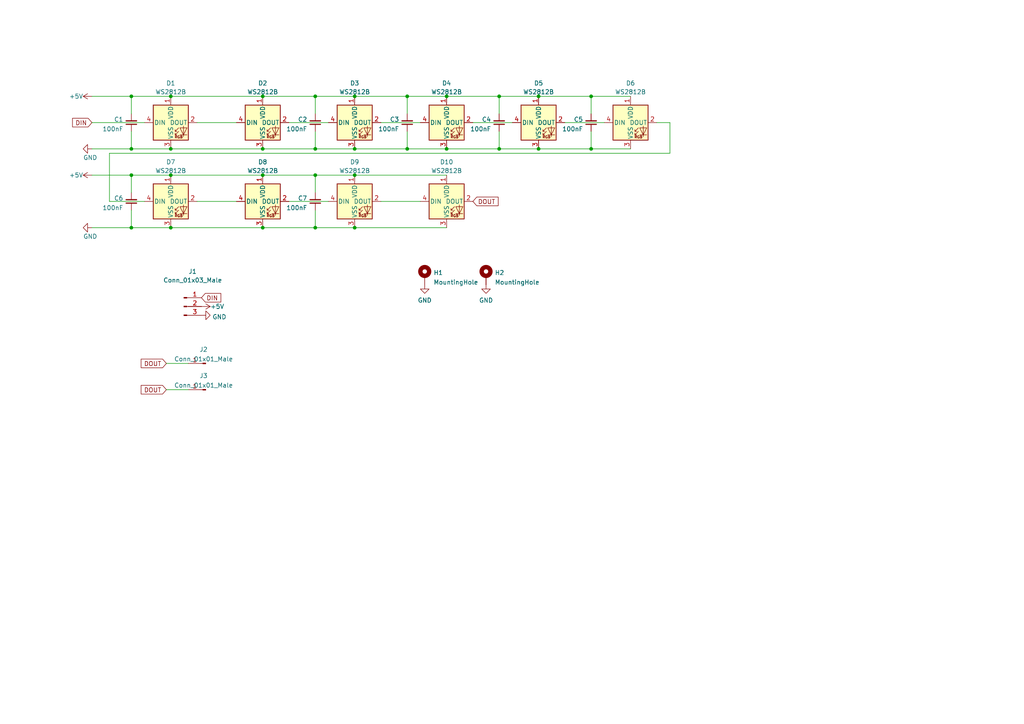
<source format=kicad_sch>
(kicad_sch (version 20211123) (generator eeschema)
  (paper "A4")
  (lib_symbols
    (symbol "Connector:Conn_01x01_Male" (pin_names (offset 1.016) hide)
      (property "Reference" "J" (at 0 2.54 0))
      (property "Value" "Conn_01x01_Male" (at 0 -2.54 0))
      (symbol "Conn_01x01_Male_1_1"
        (polyline (pts (xy 1.27 0) (xy 0.8636 0)) (stroke (width 0.1524)))
        (rectangle (start 0.8636 0.127) (end 0 -0.127) (stroke (width 0.1524)) (fill (type outline)))
        (pin passive line (at 5.08 0 180) (length 3.81) (name "Pin_1") (number "1"))
      )
    )
    (symbol "Connector:Conn_01x03_Male" (pin_names (offset 1.016) hide)
      (property "Reference" "J" (at 0 5.08 0))
      (property "Value" "Conn_01x03_Male" (at 0 -5.08 0))
      (symbol "Conn_01x03_Male_1_1"
        (polyline (pts (xy 1.27 -2.54) (xy 0.8636 -2.54)) (stroke (width 0.1524)))
        (polyline (pts (xy 1.27 0) (xy 0.8636 0)) (stroke (width 0.1524)))
        (polyline (pts (xy 1.27 2.54) (xy 0.8636 2.54)) (stroke (width 0.1524)))
        (rectangle (start 0.8636 -2.413) (end 0 -2.667) (stroke (width 0.1524)) (fill (type outline)))
        (rectangle (start 0.8636 0.127) (end 0 -0.127) (stroke (width 0.1524)) (fill (type outline)))
        (rectangle (start 0.8636 2.667) (end 0 2.413) (stroke (width 0.1524)) (fill (type outline)))
        (pin passive line (at 5.08 2.54 180) (length 3.81) (name "Pin_1") (number "1"))
        (pin passive line (at 5.08 0 180) (length 3.81) (name "Pin_2") (number "2"))
        (pin passive line (at 5.08 -2.54 180) (length 3.81) (name "Pin_3") (number "3"))
      )
    )
    (symbol "Device:C_Small" (pin_numbers hide) (pin_names (offset 0.254) hide)
      (property "Reference" "C" (at 0.254 1.778 0))
      (property "Value" "C_Small" (at 0.254 -2.032 0))
      (symbol "C_Small_0_1"
        (polyline (pts (xy -1.524 -0.508) (xy 1.524 -0.508)) (stroke (width 0.3302)))
        (polyline (pts (xy -1.524 0.508) (xy 1.524 0.508)) (stroke (width 0.3048)))
      )
      (symbol "C_Small_1_1"
        (pin passive line (at 0 2.54 270) (length 2.032) (name "~") (number "1"))
        (pin passive line (at 0 -2.54 90) (length 2.032) (name "~") (number "2"))
      )
    )
    (symbol "LED:WS2812B" (pin_names (offset 0.254))
      (property "Reference" "D" (at 5.08 5.715 0))
      (property "Value" "WS2812B" (at 1.27 -5.715 0))
      (symbol "WS2812B_0_0"
        (text "RGB" (at 2.286 -4.191 0) (effects (font (size 0.762 0.762))))
      )
      (symbol "WS2812B_0_1"
        (polyline (pts (xy 1.27 -3.556) (xy 1.778 -3.556)))
        (polyline (pts (xy 1.27 -2.54) (xy 1.778 -2.54)))
        (polyline (pts (xy 4.699 -3.556) (xy 2.667 -3.556)))
        (polyline (pts (xy 2.286 -2.54) (xy 1.27 -3.556) (xy 1.27 -3.048)))
        (polyline (pts (xy 2.286 -1.524) (xy 1.27 -2.54) (xy 1.27 -2.032)))
        (polyline (pts (xy 3.683 -1.016) (xy 3.683 -3.556) (xy 3.683 -4.064)))
        (polyline (pts (xy 4.699 -1.524) (xy 2.667 -1.524) (xy 3.683 -3.556) (xy 4.699 -1.524)))
        (rectangle (start 5.08 5.08) (end -5.08 -5.08) (stroke (width 0.254)) (fill (type background)))
      )
      (symbol "WS2812B_1_1"
        (pin power_in line (at 0 7.62 270) (length 2.54) (name "VDD") (number "1"))
        (pin output line (at 7.62 0 180) (length 2.54) (name "DOUT") (number "2"))
        (pin power_in line (at 0 -7.62 90) (length 2.54) (name "VSS") (number "3"))
        (pin input line (at -7.62 0 0) (length 2.54) (name "DIN") (number "4"))
      )
    )
    (symbol "Mechanical:MountingHole_Pad" (pin_numbers hide) (pin_names (offset 1.016) hide)
      (property "Reference" "H" (at 0 6.35 0))
      (property "Value" "MountingHole_Pad" (at 0 4.445 0))
      (symbol "MountingHole_Pad_0_1"
        (circle (center 0 1.27) (radius 1.27) (stroke (width 1.27)))
      )
      (symbol "MountingHole_Pad_1_1"
        (pin input line (at 0 -2.54 90) (length 2.54) (name "1") (number "1"))
      )
    )
    (symbol "power:+5V" (power) (pin_names (offset 0))
      (property "Value" "+5V" (at 0 3.556 0))
      (symbol "+5V_0_1"
        (polyline (pts (xy -0.762 1.27) (xy 0 2.54)))
        (polyline (pts (xy 0 0) (xy 0 2.54)))
        (polyline (pts (xy 0 2.54) (xy 0.762 1.27)))
      )
      (symbol "+5V_1_1"
        (pin power_in line (at 0 0 90) (length 0) hide (name "+5V") (number "1"))
      )
    )
    (symbol "power:GND" (power) (pin_names (offset 0))
      (property "Value" "GND" (at 0 -3.81 0))
      (symbol "GND_0_1"
        (polyline (pts (xy 0 0) (xy 0 -1.27) (xy 1.27 -1.27) (xy 0 -2.54) (xy -1.27 -1.27) (xy 0 -1.27)))
      )
      (symbol "GND_1_1"
        (pin power_in line (at 0 0 270) (length 0) hide (name "GND") (number "1"))
      )
    )
  )
  (junction (at 129.54 43.18))
  (junction (at 102.87 50.8))
  (junction (at 102.87 43.18))
  (junction (at 38.1 27.94))
  (junction (at 49.53 66.04))
  (junction (at 91.44 50.8))
  (junction (at 49.53 50.8))
  (junction (at 171.45 27.94))
  (junction (at 38.1 66.04))
  (junction (at 76.2 27.94))
  (junction (at 38.1 43.18))
  (junction (at 49.53 27.94))
  (junction (at 118.11 43.18))
  (junction (at 156.21 43.18))
  (junction (at 76.2 43.18))
  (junction (at 102.87 27.94))
  (junction (at 102.87 66.04))
  (junction (at 76.2 66.04))
  (junction (at 129.54 27.94))
  (junction (at 38.1 50.8))
  (junction (at 156.21 27.94))
  (junction (at 76.2 50.8))
  (junction (at 144.78 43.18))
  (junction (at 91.44 66.04))
  (junction (at 49.53 43.18))
  (junction (at 118.11 27.94))
  (junction (at 144.78 27.94))
  (junction (at 91.44 27.94))
  (junction (at 171.45 43.18))
  (junction (at 91.44 43.18))
  (wire (pts (xy 91.44 38.1) (xy 91.44 43.18)))
  (wire (pts (xy 76.2 50.8) (xy 91.44 50.8)))
  (wire (pts (xy 38.1 60.96) (xy 38.1 66.04)))
  (wire (pts (xy 144.78 27.94) (xy 156.21 27.94)))
  (wire (pts (xy 171.45 43.18) (xy 182.88 43.18)))
  (wire (pts (xy 102.87 27.94) (xy 118.11 27.94)))
  (wire (pts (xy 171.45 33.02) (xy 171.45 27.94)))
  (wire (pts (xy 118.11 43.18) (xy 129.54 43.18)))
  (wire (pts (xy 118.11 27.94) (xy 129.54 27.94)))
  (wire (pts (xy 57.15 35.56) (xy 68.58 35.56)))
  (wire (pts (xy 76.2 43.18) (xy 91.44 43.18)))
  (wire (pts (xy 171.45 38.1) (xy 171.45 43.18)))
  (wire (pts (xy 102.87 66.04) (xy 129.54 66.04)))
  (wire (pts (xy 83.82 35.56) (xy 95.25 35.56)))
  (wire (pts (xy 91.44 60.96) (xy 91.44 66.04)))
  (wire (pts (xy 91.44 55.88) (xy 91.44 50.8)))
  (wire (pts (xy 41.91 58.42) (xy 31.75 58.42)))
  (wire (pts (xy 110.49 35.56) (xy 121.92 35.56)))
  (wire (pts (xy 31.75 58.42) (xy 31.75 44.45)))
  (wire (pts (xy 144.78 33.02) (xy 144.78 27.94)))
  (wire (pts (xy 49.53 43.18) (xy 76.2 43.18)))
  (wire (pts (xy 48.26 105.41) (xy 54.61 105.41)))
  (wire (pts (xy 49.53 66.04) (xy 76.2 66.04)))
  (wire (pts (xy 49.53 27.94) (xy 76.2 27.94)))
  (wire (pts (xy 26.67 27.94) (xy 38.1 27.94)))
  (wire (pts (xy 110.49 58.42) (xy 121.92 58.42)))
  (wire (pts (xy 118.11 38.1) (xy 118.11 43.18)))
  (wire (pts (xy 163.83 35.56) (xy 175.26 35.56)))
  (wire (pts (xy 38.1 27.94) (xy 49.53 27.94)))
  (wire (pts (xy 38.1 43.18) (xy 49.53 43.18)))
  (wire (pts (xy 194.31 35.56) (xy 190.5 35.56)))
  (wire (pts (xy 129.54 43.18) (xy 144.78 43.18)))
  (wire (pts (xy 38.1 33.02) (xy 38.1 27.94)))
  (wire (pts (xy 144.78 43.18) (xy 156.21 43.18)))
  (wire (pts (xy 137.16 35.56) (xy 148.59 35.56)))
  (wire (pts (xy 31.75 44.45) (xy 194.31 44.45)))
  (wire (pts (xy 91.44 50.8) (xy 102.87 50.8)))
  (wire (pts (xy 57.15 58.42) (xy 68.58 58.42)))
  (wire (pts (xy 76.2 27.94) (xy 91.44 27.94)))
  (wire (pts (xy 26.67 35.56) (xy 41.91 35.56)))
  (wire (pts (xy 91.44 66.04) (xy 102.87 66.04)))
  (wire (pts (xy 83.82 58.42) (xy 95.25 58.42)))
  (wire (pts (xy 26.67 50.8) (xy 38.1 50.8)))
  (wire (pts (xy 156.21 27.94) (xy 171.45 27.94)))
  (wire (pts (xy 38.1 66.04) (xy 49.53 66.04)))
  (wire (pts (xy 49.53 50.8) (xy 76.2 50.8)))
  (wire (pts (xy 102.87 43.18) (xy 118.11 43.18)))
  (wire (pts (xy 194.31 44.45) (xy 194.31 35.56)))
  (wire (pts (xy 26.67 43.18) (xy 38.1 43.18)))
  (wire (pts (xy 91.44 27.94) (xy 102.87 27.94)))
  (wire (pts (xy 76.2 66.04) (xy 91.44 66.04)))
  (wire (pts (xy 38.1 50.8) (xy 49.53 50.8)))
  (wire (pts (xy 156.21 43.18) (xy 171.45 43.18)))
  (wire (pts (xy 48.26 113.03) (xy 54.61 113.03)))
  (wire (pts (xy 26.67 66.04) (xy 38.1 66.04)))
  (wire (pts (xy 91.44 33.02) (xy 91.44 27.94)))
  (wire (pts (xy 91.44 43.18) (xy 102.87 43.18)))
  (wire (pts (xy 118.11 33.02) (xy 118.11 27.94)))
  (wire (pts (xy 129.54 27.94) (xy 144.78 27.94)))
  (wire (pts (xy 38.1 55.88) (xy 38.1 50.8)))
  (wire (pts (xy 171.45 27.94) (xy 182.88 27.94)))
  (wire (pts (xy 102.87 50.8) (xy 129.54 50.8)))
  (wire (pts (xy 38.1 38.1) (xy 38.1 43.18)))
  (wire (pts (xy 144.78 38.1) (xy 144.78 43.18)))
  (global_label "DOUT" (shape input) (at 137.16 58.42 0) (property "Intersheet References" "${INTERSHEET_REFS}" (effects hide)))
  (global_label "DIN" (shape input) (at 26.67 35.56 180) (property "Intersheet References" "${INTERSHEET_REFS}" (effects hide)))
  (global_label "DIN" (shape input) (at 58.42 86.36 0) (property "Intersheet References" "${INTERSHEET_REFS}" (effects hide)))
  (global_label "DOUT" (shape input) (at 48.26 113.03 180) (property "Intersheet References" "${INTERSHEET_REFS}" (effects hide)))
  (global_label "DOUT" (shape input) (at 48.26 105.41 180) (property "Intersheet References" "${INTERSHEET_REFS}" (effects hide)))
  (symbol (lib_id "LED:WS2812B") (at 182.88 35.56 0) (unit 1)
    (property "Reference" "D6" (at 182.88 24.13 0))
    (property "Value" "WS2812B" (at 182.88 26.67 0))
    (property "Footprint" "Daylight:LED_WS2812B_PLCC4_5.0x5.0mm_P3.2mm" (effects hide))
    (property "Datasheet" "https://cdn-shop.adafruit.com/datasheets/WS2812B.pdf" (effects hide))
  )
  (symbol (lib_id "power:GND") (at 26.67 43.18 270) (unit 1)
    (property "Reference" "#PWR02" (effects hide))
    (property "Value" "GND" (at 24.13 45.72 90) (effects (justify left)))
  )
  (symbol (lib_id "power:GND") (at 58.42 91.44 90) (unit 1)
    (property "Reference" "#PWR08" (effects hide))
    (property "Value" "GND" (at 61.595 91.919 90) (effects (justify right)))
  )
  (symbol (lib_id "power:+5V") (at 26.67 50.8 90) (unit 1)
    (property "Reference" "#PWR03" (effects hide))
    (property "Value" "+5V" (at 24.13 50.8 90) (effects (justify left)))
  )
  (symbol (lib_id "power:+5V") (at 58.42 88.9 270) (unit 1)
    (property "Reference" "#PWR07" (effects hide))
    (property "Value" "+5V" (at 60.96 88.9 90) (effects (justify left)))
  )
  (symbol (lib_id "Device:C_Small") (at 91.44 58.42 0) (mirror x) (unit 1)
    (property "Reference" "C7" (at 89.1159 57.5051 0) (effects (justify right)))
    (property "Value" "100nF" (at 89.1159 60.2802 0) (effects (justify right)))
    (property "Footprint" "Daylight:C_0805_2012Metric_Pad1.18x1.45mm_HandSolder" (effects hide))
  )
  (symbol (lib_id "power:GND") (at 123.19 82.55 0) (unit 1)
    (property "Reference" "#PWR05" (effects hide))
    (property "Value" "GND" (at 123.19 87.1124 0))
  )
  (symbol (lib_id "Connector:Conn_01x03_Male") (at 53.34 88.9 0) (unit 1)
    (property "Reference" "J1" (at 55.88 78.74 0))
    (property "Value" "Conn_01x03_Male" (at 55.88 81.28 0))
    (property "Footprint" "Daylight:JST_XH_S3B-XH-A-1_1x03_P2.50mm_Horizontal" (effects hide))
  )
  (symbol (lib_id "LED:WS2812B") (at 102.87 58.42 0) (unit 1)
    (property "Reference" "D9" (at 102.87 46.99 0))
    (property "Value" "WS2812B" (at 102.87 49.53 0))
    (property "Footprint" "Daylight:LED_WS2812B_PLCC4_5.0x5.0mm_P3.2mm" (effects hide))
    (property "Datasheet" "https://cdn-shop.adafruit.com/datasheets/WS2812B.pdf" (effects hide))
  )
  (symbol (lib_id "LED:WS2812B") (at 76.2 58.42 0) (unit 1)
    (property "Reference" "D8" (at 76.2 46.99 0))
    (property "Value" "WS2812B" (at 76.2 49.53 0))
    (property "Footprint" "Daylight:LED_WS2812B_PLCC4_5.0x5.0mm_P3.2mm" (effects hide))
    (property "Datasheet" "https://cdn-shop.adafruit.com/datasheets/WS2812B.pdf" (effects hide))
  )
  (symbol (lib_id "Mechanical:MountingHole_Pad") (at 140.97 80.01 0) (unit 1) (in_bom no)
    (property "Reference" "H2" (at 143.51 79.1015 0) (effects (justify left)))
    (property "Value" "MountingHole" (at 143.51 81.8766 0) (effects (justify left)))
    (property "Footprint" "MountingHole:MountingHole_3.2mm_M3_Pad_Via" (effects hide))
  )
  (symbol (lib_id "power:GND") (at 140.97 82.55 0) (unit 1)
    (property "Reference" "#PWR06" (effects hide))
    (property "Value" "GND" (at 140.97 87.1124 0))
  )
  (symbol (lib_id "LED:WS2812B") (at 129.54 58.42 0) (unit 1)
    (property "Reference" "D10" (at 129.54 46.99 0))
    (property "Value" "WS2812B" (at 129.54 49.53 0))
    (property "Footprint" "Daylight:LED_WS2812B_PLCC4_5.0x5.0mm_P3.2mm" (effects hide))
    (property "Datasheet" "https://cdn-shop.adafruit.com/datasheets/WS2812B.pdf" (effects hide))
  )
  (symbol (lib_id "Connector:Conn_01x01_Male") (at 59.69 105.41 180) (unit 1)
    (property "Reference" "J2" (at 59.055 101.3673 0))
    (property "Value" "Conn_01x01_Male" (at 59.055 104.1424 0))
    (property "Footprint" "Daylight:PinHeader-1-with-SMDpad" (effects hide))
  )
  (symbol (lib_id "LED:WS2812B") (at 156.21 35.56 0) (unit 1)
    (property "Reference" "D5" (at 156.21 24.13 0))
    (property "Value" "WS2812B" (at 156.21 26.67 0))
    (property "Footprint" "Daylight:LED_WS2812B_PLCC4_5.0x5.0mm_P3.2mm" (effects hide))
    (property "Datasheet" "https://cdn-shop.adafruit.com/datasheets/WS2812B.pdf" (effects hide))
  )
  (symbol (lib_id "Connector:Conn_01x01_Male") (at 59.69 113.03 180) (unit 1)
    (property "Reference" "J3" (at 59.055 108.9873 0))
    (property "Value" "Conn_01x01_Male" (at 59.055 111.7624 0))
    (property "Footprint" "Daylight:PinHeader-1-with-SMDpad" (effects hide))
  )
  (symbol (lib_id "Device:C_Small") (at 38.1 35.56 0) (mirror x) (unit 1)
    (property "Reference" "C1" (at 35.7759 34.6451 0) (effects (justify right)))
    (property "Value" "100nF" (at 35.7759 37.4202 0) (effects (justify right)))
    (property "Footprint" "Daylight:C_0805_2012Metric_Pad1.18x1.45mm_HandSolder" (effects hide))
  )
  (symbol (lib_id "Device:C_Small") (at 171.45 35.56 0) (mirror x) (unit 1)
    (property "Reference" "C5" (at 169.1259 34.6451 0) (effects (justify right)))
    (property "Value" "100nF" (at 169.1259 37.4202 0) (effects (justify right)))
    (property "Footprint" "Daylight:C_0805_2012Metric_Pad1.18x1.45mm_HandSolder" (effects hide))
  )
  (symbol (lib_id "Device:C_Small") (at 118.11 35.56 0) (mirror x) (unit 1)
    (property "Reference" "C3" (at 115.7859 34.6451 0) (effects (justify right)))
    (property "Value" "100nF" (at 115.7859 37.4202 0) (effects (justify right)))
    (property "Footprint" "Daylight:C_0805_2012Metric_Pad1.18x1.45mm_HandSolder" (effects hide))
  )
  (symbol (lib_id "LED:WS2812B") (at 102.87 35.56 0) (unit 1)
    (property "Reference" "D3" (at 102.87 24.13 0))
    (property "Value" "WS2812B" (at 102.87 26.67 0))
    (property "Footprint" "Daylight:LED_WS2812B_PLCC4_5.0x5.0mm_P3.2mm" (effects hide))
    (property "Datasheet" "https://cdn-shop.adafruit.com/datasheets/WS2812B.pdf" (effects hide))
  )
  (symbol (lib_id "Device:C_Small") (at 144.78 35.56 0) (mirror x) (unit 1)
    (property "Reference" "C4" (at 142.4559 34.6451 0) (effects (justify right)))
    (property "Value" "100nF" (at 142.4559 37.4202 0) (effects (justify right)))
    (property "Footprint" "Daylight:C_0805_2012Metric_Pad1.18x1.45mm_HandSolder" (effects hide))
  )
  (symbol (lib_id "LED:WS2812B") (at 76.2 35.56 0) (unit 1)
    (property "Reference" "D2" (at 76.2 24.13 0))
    (property "Value" "WS2812B" (at 76.2 26.67 0))
    (property "Footprint" "Daylight:LED_WS2812B_PLCC4_5.0x5.0mm_P3.2mm" (effects hide))
    (property "Datasheet" "https://cdn-shop.adafruit.com/datasheets/WS2812B.pdf" (effects hide))
  )
  (symbol (lib_id "Device:C_Small") (at 91.44 35.56 0) (mirror x) (unit 1)
    (property "Reference" "C2" (at 89.1159 34.6451 0) (effects (justify right)))
    (property "Value" "100nF" (at 89.1159 37.4202 0) (effects (justify right)))
    (property "Footprint" "Daylight:C_0805_2012Metric_Pad1.18x1.45mm_HandSolder" (effects hide))
  )
  (symbol (lib_id "LED:WS2812B") (at 49.53 58.42 0) (unit 1)
    (property "Reference" "D7" (at 49.53 46.99 0))
    (property "Value" "WS2812B" (at 49.53 49.53 0))
    (property "Footprint" "Daylight:LED_WS2812B_PLCC4_5.0x5.0mm_P3.2mm" (effects hide))
    (property "Datasheet" "https://cdn-shop.adafruit.com/datasheets/WS2812B.pdf" (effects hide))
  )
  (symbol (lib_id "Device:C_Small") (at 38.1 58.42 0) (mirror x) (unit 1)
    (property "Reference" "C6" (at 35.7759 57.5051 0) (effects (justify right)))
    (property "Value" "100nF" (at 35.7759 60.2802 0) (effects (justify right)))
    (property "Footprint" "Daylight:C_0805_2012Metric_Pad1.18x1.45mm_HandSolder" (effects hide))
  )
  (symbol (lib_id "Mechanical:MountingHole_Pad") (at 123.19 80.01 0) (unit 1) (in_bom no)
    (property "Reference" "H1" (at 125.73 79.1015 0) (effects (justify left)))
    (property "Value" "MountingHole" (at 125.73 81.8766 0) (effects (justify left)))
    (property "Footprint" "MountingHole:MountingHole_3.2mm_M3_Pad_Via" (effects hide))
  )
  (symbol (lib_id "LED:WS2812B") (at 49.53 35.56 0) (unit 1)
    (property "Reference" "D1" (at 49.53 24.13 0))
    (property "Value" "WS2812B" (at 49.53 26.67 0))
    (property "Footprint" "Daylight:LED_WS2812B_PLCC4_5.0x5.0mm_P3.2mm" (effects hide))
    (property "Datasheet" "https://cdn-shop.adafruit.com/datasheets/WS2812B.pdf" (effects hide))
  )
  (symbol (lib_id "power:GND") (at 26.67 66.04 270) (unit 1)
    (property "Reference" "#PWR04" (effects hide))
    (property "Value" "GND" (at 24.13 68.58 90) (effects (justify left)))
  )
  (symbol (lib_id "LED:WS2812B") (at 129.54 35.56 0) (unit 1)
    (property "Reference" "D4" (at 129.54 24.13 0))
    (property "Value" "WS2812B" (at 129.54 26.67 0))
    (property "Footprint" "Daylight:LED_WS2812B_PLCC4_5.0x5.0mm_P3.2mm" (effects hide))
    (property "Datasheet" "https://cdn-shop.adafruit.com/datasheets/WS2812B.pdf" (effects hide))
  )
  (symbol (lib_id "power:+5V") (at 26.67 27.94 90) (unit 1)
    (property "Reference" "#PWR01" (effects hide))
    (property "Value" "+5V" (at 24.13 27.94 90) (effects (justify left)))
  )
)
</source>
